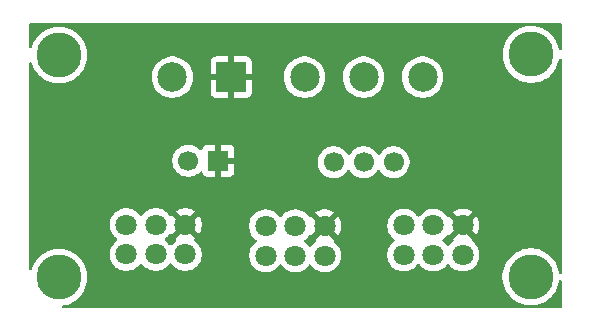
<source format=gbr>
G04 #@! TF.GenerationSoftware,KiCad,Pcbnew,9.0.1*
G04 #@! TF.CreationDate,2025-04-21T21:40:15+02:00*
G04 #@! TF.ProjectId,3_pots_pcb_v0.2a,335f706f-7473-45f7-9063-625f76302e32,rev?*
G04 #@! TF.SameCoordinates,Original*
G04 #@! TF.FileFunction,Copper,L2,Bot*
G04 #@! TF.FilePolarity,Positive*
%FSLAX46Y46*%
G04 Gerber Fmt 4.6, Leading zero omitted, Abs format (unit mm)*
G04 Created by KiCad (PCBNEW 9.0.1) date 2025-04-21 21:40:15*
%MOMM*%
%LPD*%
G01*
G04 APERTURE LIST*
G04 #@! TA.AperFunction,ComponentPad*
%ADD10C,1.800000*%
G04 #@! TD*
G04 #@! TA.AperFunction,ComponentPad*
%ADD11C,2.500000*%
G04 #@! TD*
G04 #@! TA.AperFunction,ComponentPad*
%ADD12R,2.500000X2.500000*%
G04 #@! TD*
G04 #@! TA.AperFunction,ComponentPad*
%ADD13C,3.800000*%
G04 #@! TD*
G04 #@! TA.AperFunction,ComponentPad*
%ADD14C,1.700000*%
G04 #@! TD*
G04 #@! TA.AperFunction,ComponentPad*
%ADD15R,1.700000X1.700000*%
G04 #@! TD*
G04 APERTURE END LIST*
D10*
X148925000Y-110125000D03*
X151425000Y-110125000D03*
X153925000Y-110125000D03*
X148925000Y-107625000D03*
X151425000Y-107625000D03*
X153925000Y-107625000D03*
X160725000Y-110225000D03*
X163225000Y-110225000D03*
X165725000Y-110225000D03*
X160725000Y-107725000D03*
X163225000Y-107725000D03*
X165725000Y-107725000D03*
X172425000Y-110175000D03*
X174925000Y-110175000D03*
X177425000Y-110175000D03*
X172425000Y-107675000D03*
X174925000Y-107675000D03*
X177425000Y-107675000D03*
D11*
X152825000Y-95125000D03*
D12*
X157825000Y-95125000D03*
D13*
X143225000Y-93250000D03*
X183175000Y-112025000D03*
X183200000Y-93200000D03*
D14*
X154175000Y-102200000D03*
D15*
X156715000Y-102200000D03*
D13*
X143225000Y-112075000D03*
D14*
X166485000Y-102325000D03*
X169025000Y-102325000D03*
X171565000Y-102325000D03*
D11*
X164025000Y-95125000D03*
X169025000Y-95125000D03*
X174025000Y-95125000D03*
G04 #@! TA.AperFunction,Conductor*
G36*
X165259075Y-107917993D02*
G01*
X165324901Y-108032007D01*
X165417993Y-108125099D01*
X165532007Y-108190925D01*
X165595590Y-108207962D01*
X164927485Y-108876065D01*
X164927602Y-108877548D01*
X164967818Y-108929701D01*
X164973797Y-108999315D01*
X164941192Y-109061110D01*
X164925153Y-109075008D01*
X164812636Y-109156756D01*
X164656756Y-109312636D01*
X164656752Y-109312641D01*
X164575318Y-109424727D01*
X164519989Y-109467393D01*
X164450375Y-109473372D01*
X164388580Y-109440767D01*
X164374682Y-109424727D01*
X164293247Y-109312641D01*
X164293243Y-109312636D01*
X164137365Y-109156758D01*
X164068545Y-109106758D01*
X164025270Y-109075317D01*
X163982606Y-109019989D01*
X163976627Y-108950376D01*
X164009232Y-108888580D01*
X164025265Y-108874686D01*
X164137365Y-108793242D01*
X164293242Y-108637365D01*
X164374991Y-108524845D01*
X164430320Y-108482180D01*
X164499933Y-108476201D01*
X164561728Y-108508806D01*
X164573582Y-108522485D01*
X164573932Y-108522513D01*
X165242037Y-107854408D01*
X165259075Y-107917993D01*
G37*
G04 #@! TD.AperFunction*
G04 #@! TA.AperFunction,Conductor*
G36*
X176959075Y-107867993D02*
G01*
X177024901Y-107982007D01*
X177117993Y-108075099D01*
X177232007Y-108140925D01*
X177295590Y-108157962D01*
X176627485Y-108826065D01*
X176627602Y-108827548D01*
X176667818Y-108879701D01*
X176673797Y-108949315D01*
X176641192Y-109011110D01*
X176625153Y-109025008D01*
X176512636Y-109106756D01*
X176356756Y-109262636D01*
X176356752Y-109262641D01*
X176275318Y-109374727D01*
X176219989Y-109417393D01*
X176150375Y-109423372D01*
X176088580Y-109390767D01*
X176074682Y-109374727D01*
X175993247Y-109262641D01*
X175993243Y-109262636D01*
X175837365Y-109106758D01*
X175837357Y-109106752D01*
X175725270Y-109025317D01*
X175682606Y-108969989D01*
X175676627Y-108900376D01*
X175709232Y-108838580D01*
X175725265Y-108824686D01*
X175837365Y-108743242D01*
X175993242Y-108587365D01*
X176074991Y-108474845D01*
X176130320Y-108432180D01*
X176199933Y-108426201D01*
X176261728Y-108458806D01*
X176273582Y-108472485D01*
X176273932Y-108472513D01*
X176942037Y-107804408D01*
X176959075Y-107867993D01*
G37*
G04 #@! TD.AperFunction*
G04 #@! TA.AperFunction,Conductor*
G36*
X153459075Y-107817993D02*
G01*
X153524901Y-107932007D01*
X153617993Y-108025099D01*
X153732007Y-108090925D01*
X153795590Y-108107962D01*
X153127485Y-108776065D01*
X153127602Y-108777548D01*
X153167818Y-108829701D01*
X153173797Y-108899315D01*
X153141192Y-108961110D01*
X153125153Y-108975008D01*
X153012636Y-109056756D01*
X152856756Y-109212636D01*
X152856752Y-109212641D01*
X152775318Y-109324727D01*
X152719989Y-109367393D01*
X152650375Y-109373372D01*
X152588580Y-109340767D01*
X152574682Y-109324727D01*
X152493247Y-109212641D01*
X152493243Y-109212636D01*
X152337365Y-109056758D01*
X152296661Y-109027185D01*
X152225270Y-108975317D01*
X152182606Y-108919989D01*
X152176627Y-108850376D01*
X152209232Y-108788580D01*
X152225265Y-108774686D01*
X152337365Y-108693242D01*
X152493242Y-108537365D01*
X152574991Y-108424845D01*
X152630320Y-108382180D01*
X152699933Y-108376201D01*
X152761728Y-108408806D01*
X152773582Y-108422485D01*
X152773932Y-108422513D01*
X153442037Y-107754408D01*
X153459075Y-107817993D01*
G37*
G04 #@! TD.AperFunction*
G04 #@! TA.AperFunction,Conductor*
G36*
X185742539Y-90545185D02*
G01*
X185788294Y-90597989D01*
X185799500Y-90649500D01*
X185799500Y-92700876D01*
X185779815Y-92767915D01*
X185727011Y-92813670D01*
X185657853Y-92823614D01*
X185594297Y-92794589D01*
X185556523Y-92735811D01*
X185554609Y-92728469D01*
X185510315Y-92534405D01*
X185510312Y-92534397D01*
X185488145Y-92471049D01*
X185421267Y-92279921D01*
X185304284Y-92037003D01*
X185160838Y-91808711D01*
X184992734Y-91597915D01*
X184802085Y-91407266D01*
X184591289Y-91239162D01*
X184362997Y-91095716D01*
X184362994Y-91095714D01*
X184120082Y-90978734D01*
X183865602Y-90889687D01*
X183865594Y-90889684D01*
X183668446Y-90844687D01*
X183602732Y-90829688D01*
X183602728Y-90829687D01*
X183602719Y-90829686D01*
X183334813Y-90799500D01*
X183334809Y-90799500D01*
X183065191Y-90799500D01*
X183065186Y-90799500D01*
X182797280Y-90829686D01*
X182797268Y-90829688D01*
X182534405Y-90889684D01*
X182534397Y-90889687D01*
X182279917Y-90978734D01*
X182037005Y-91095714D01*
X181808712Y-91239161D01*
X181597915Y-91407265D01*
X181407265Y-91597915D01*
X181239161Y-91808712D01*
X181095714Y-92037005D01*
X180978734Y-92279917D01*
X180889687Y-92534397D01*
X180889684Y-92534405D01*
X180829688Y-92797268D01*
X180829686Y-92797280D01*
X180799500Y-93065186D01*
X180799500Y-93334813D01*
X180829686Y-93602719D01*
X180829688Y-93602731D01*
X180889684Y-93865594D01*
X180889687Y-93865602D01*
X180978734Y-94120082D01*
X181095714Y-94362994D01*
X181095716Y-94362997D01*
X181239162Y-94591289D01*
X181407266Y-94802085D01*
X181597915Y-94992734D01*
X181808711Y-95160838D01*
X182037003Y-95304284D01*
X182279921Y-95421267D01*
X182471049Y-95488145D01*
X182534397Y-95510312D01*
X182534405Y-95510315D01*
X182534408Y-95510315D01*
X182534409Y-95510316D01*
X182797268Y-95570312D01*
X183065187Y-95600499D01*
X183065188Y-95600500D01*
X183065191Y-95600500D01*
X183334812Y-95600500D01*
X183334812Y-95600499D01*
X183602732Y-95570312D01*
X183865591Y-95510316D01*
X184120079Y-95421267D01*
X184362997Y-95304284D01*
X184591289Y-95160838D01*
X184802085Y-94992734D01*
X184992734Y-94802085D01*
X185160838Y-94591289D01*
X185304284Y-94362997D01*
X185421267Y-94120079D01*
X185510316Y-93865591D01*
X185554609Y-93671529D01*
X185588718Y-93610552D01*
X185650379Y-93577694D01*
X185720016Y-93583389D01*
X185775520Y-93625829D01*
X185799268Y-93691539D01*
X185799500Y-93699123D01*
X185799500Y-111670221D01*
X185779815Y-111737260D01*
X185727011Y-111783015D01*
X185657853Y-111792959D01*
X185594297Y-111763934D01*
X185556523Y-111705156D01*
X185552280Y-111684105D01*
X185545313Y-111622280D01*
X185545312Y-111622268D01*
X185485316Y-111359409D01*
X185396267Y-111104921D01*
X185279284Y-110862003D01*
X185135838Y-110633711D01*
X184967734Y-110422915D01*
X184777085Y-110232266D01*
X184566289Y-110064162D01*
X184337997Y-109920716D01*
X184337994Y-109920714D01*
X184095082Y-109803734D01*
X183840602Y-109714687D01*
X183840594Y-109714684D01*
X183643446Y-109669687D01*
X183577732Y-109654688D01*
X183577728Y-109654687D01*
X183577719Y-109654686D01*
X183309813Y-109624500D01*
X183309809Y-109624500D01*
X183040191Y-109624500D01*
X183040186Y-109624500D01*
X182772280Y-109654686D01*
X182772268Y-109654688D01*
X182509405Y-109714684D01*
X182509397Y-109714687D01*
X182254917Y-109803734D01*
X182012005Y-109920714D01*
X181783712Y-110064161D01*
X181572915Y-110232265D01*
X181382265Y-110422915D01*
X181214161Y-110633712D01*
X181070714Y-110862005D01*
X180953734Y-111104917D01*
X180864687Y-111359397D01*
X180864684Y-111359405D01*
X180804688Y-111622268D01*
X180804686Y-111622280D01*
X180774500Y-111890186D01*
X180774500Y-112159813D01*
X180804686Y-112427719D01*
X180804688Y-112427731D01*
X180864684Y-112690594D01*
X180864687Y-112690602D01*
X180953734Y-112945082D01*
X181070714Y-113187994D01*
X181070716Y-113187997D01*
X181214162Y-113416289D01*
X181382266Y-113627085D01*
X181572915Y-113817734D01*
X181783711Y-113985838D01*
X182012003Y-114129284D01*
X182254921Y-114246267D01*
X182446049Y-114313145D01*
X182509397Y-114335312D01*
X182509405Y-114335315D01*
X182509408Y-114335315D01*
X182509409Y-114335316D01*
X182772268Y-114395312D01*
X183040187Y-114425499D01*
X183040188Y-114425500D01*
X183040191Y-114425500D01*
X183309812Y-114425500D01*
X183309812Y-114425499D01*
X183577732Y-114395312D01*
X183840591Y-114335316D01*
X184095079Y-114246267D01*
X184337997Y-114129284D01*
X184566289Y-113985838D01*
X184777085Y-113817734D01*
X184967734Y-113627085D01*
X185135838Y-113416289D01*
X185279284Y-113187997D01*
X185396267Y-112945079D01*
X185485316Y-112690591D01*
X185545312Y-112427732D01*
X185552280Y-112365894D01*
X185579347Y-112301480D01*
X185636941Y-112261925D01*
X185706778Y-112259788D01*
X185766685Y-112295746D01*
X185797640Y-112358384D01*
X185799500Y-112379778D01*
X185799500Y-114575500D01*
X185779815Y-114642539D01*
X185727011Y-114688294D01*
X185675500Y-114699500D01*
X143579778Y-114699500D01*
X143512739Y-114679815D01*
X143466984Y-114627011D01*
X143457040Y-114557853D01*
X143486065Y-114494297D01*
X143544843Y-114456523D01*
X143565894Y-114452280D01*
X143596480Y-114448833D01*
X143627732Y-114445312D01*
X143890591Y-114385316D01*
X144145079Y-114296267D01*
X144387997Y-114179284D01*
X144616289Y-114035838D01*
X144827085Y-113867734D01*
X145017734Y-113677085D01*
X145185838Y-113466289D01*
X145329284Y-113237997D01*
X145446267Y-112995079D01*
X145535316Y-112740591D01*
X145595312Y-112477732D01*
X145625500Y-112209809D01*
X145625500Y-111940191D01*
X145595312Y-111672268D01*
X145535316Y-111409409D01*
X145446267Y-111154921D01*
X145329284Y-110912003D01*
X145185838Y-110683711D01*
X145017734Y-110472915D01*
X144827085Y-110282266D01*
X144616289Y-110114162D01*
X144387997Y-109970716D01*
X144387994Y-109970714D01*
X144145082Y-109853734D01*
X143890602Y-109764687D01*
X143890594Y-109764684D01*
X143671527Y-109714684D01*
X143627732Y-109704688D01*
X143627728Y-109704687D01*
X143627719Y-109704686D01*
X143359813Y-109674500D01*
X143359809Y-109674500D01*
X143090191Y-109674500D01*
X143090186Y-109674500D01*
X142822280Y-109704686D01*
X142822268Y-109704688D01*
X142559405Y-109764684D01*
X142559397Y-109764687D01*
X142304917Y-109853734D01*
X142062005Y-109970714D01*
X141833712Y-110114161D01*
X141622915Y-110282265D01*
X141432265Y-110472915D01*
X141264161Y-110683712D01*
X141120714Y-110912005D01*
X141003734Y-111154917D01*
X140916541Y-111404099D01*
X140875820Y-111460875D01*
X140810867Y-111486622D01*
X140742305Y-111473166D01*
X140691902Y-111424778D01*
X140675500Y-111363144D01*
X140675500Y-107514778D01*
X147524500Y-107514778D01*
X147524500Y-107735222D01*
X147541742Y-107844086D01*
X147558985Y-107952952D01*
X147627103Y-108162603D01*
X147627104Y-108162606D01*
X147727187Y-108359025D01*
X147856752Y-108537358D01*
X147856756Y-108537363D01*
X148012636Y-108693243D01*
X148012641Y-108693247D01*
X148124727Y-108774682D01*
X148167393Y-108830011D01*
X148173372Y-108899625D01*
X148140767Y-108961420D01*
X148124727Y-108975318D01*
X148012641Y-109056752D01*
X148012636Y-109056756D01*
X147856756Y-109212636D01*
X147856752Y-109212641D01*
X147727187Y-109390974D01*
X147627104Y-109587393D01*
X147627103Y-109587396D01*
X147558985Y-109797047D01*
X147539398Y-109920714D01*
X147524500Y-110014778D01*
X147524500Y-110235222D01*
X147541742Y-110344086D01*
X147558985Y-110452952D01*
X147627103Y-110662603D01*
X147627104Y-110662606D01*
X147727187Y-110859025D01*
X147856752Y-111037358D01*
X147856756Y-111037363D01*
X148012636Y-111193243D01*
X148012641Y-111193247D01*
X148081461Y-111243247D01*
X148190978Y-111322815D01*
X148319375Y-111388237D01*
X148387393Y-111422895D01*
X148387396Y-111422896D01*
X148492221Y-111456955D01*
X148597049Y-111491015D01*
X148814778Y-111525500D01*
X148814779Y-111525500D01*
X149035221Y-111525500D01*
X149035222Y-111525500D01*
X149252951Y-111491015D01*
X149462606Y-111422895D01*
X149659022Y-111322815D01*
X149837365Y-111193242D01*
X149993242Y-111037365D01*
X150074682Y-110925270D01*
X150130011Y-110882606D01*
X150199624Y-110876627D01*
X150261420Y-110909232D01*
X150275313Y-110925265D01*
X150347972Y-111025272D01*
X150356758Y-111037365D01*
X150512636Y-111193243D01*
X150512641Y-111193247D01*
X150581461Y-111243247D01*
X150690978Y-111322815D01*
X150819375Y-111388237D01*
X150887393Y-111422895D01*
X150887396Y-111422896D01*
X150992221Y-111456955D01*
X151097049Y-111491015D01*
X151314778Y-111525500D01*
X151314779Y-111525500D01*
X151535221Y-111525500D01*
X151535222Y-111525500D01*
X151752951Y-111491015D01*
X151962606Y-111422895D01*
X152159022Y-111322815D01*
X152337365Y-111193242D01*
X152493242Y-111037365D01*
X152574682Y-110925270D01*
X152630011Y-110882606D01*
X152699624Y-110876627D01*
X152761420Y-110909232D01*
X152775313Y-110925265D01*
X152847972Y-111025272D01*
X152856758Y-111037365D01*
X153012636Y-111193243D01*
X153012641Y-111193247D01*
X153081461Y-111243247D01*
X153190978Y-111322815D01*
X153319375Y-111388237D01*
X153387393Y-111422895D01*
X153387396Y-111422896D01*
X153492221Y-111456955D01*
X153597049Y-111491015D01*
X153814778Y-111525500D01*
X153814779Y-111525500D01*
X154035221Y-111525500D01*
X154035222Y-111525500D01*
X154252951Y-111491015D01*
X154462606Y-111422895D01*
X154659022Y-111322815D01*
X154837365Y-111193242D01*
X154993242Y-111037365D01*
X155122815Y-110859022D01*
X155222895Y-110662606D01*
X155291015Y-110452951D01*
X155325500Y-110235222D01*
X155325500Y-110014778D01*
X155291015Y-109797049D01*
X155244759Y-109654686D01*
X155222896Y-109587396D01*
X155222895Y-109587393D01*
X155188237Y-109519375D01*
X155122815Y-109390978D01*
X155065896Y-109312635D01*
X154993247Y-109212641D01*
X154993243Y-109212636D01*
X154837359Y-109056752D01*
X154724846Y-108975008D01*
X154682180Y-108919679D01*
X154676201Y-108850065D01*
X154708806Y-108788270D01*
X154722486Y-108776416D01*
X154722514Y-108776066D01*
X154054409Y-108107962D01*
X154117993Y-108090925D01*
X154232007Y-108025099D01*
X154325099Y-107932007D01*
X154390925Y-107817993D01*
X154407962Y-107754410D01*
X155076066Y-108422514D01*
X155076066Y-108422513D01*
X155122386Y-108358760D01*
X155222432Y-108162410D01*
X155290526Y-107952835D01*
X155325000Y-107735181D01*
X155325000Y-107614778D01*
X159324500Y-107614778D01*
X159324500Y-107835222D01*
X159337610Y-107917993D01*
X159358985Y-108052952D01*
X159427103Y-108262603D01*
X159427104Y-108262606D01*
X159449523Y-108306604D01*
X159513725Y-108432606D01*
X159527187Y-108459025D01*
X159656752Y-108637358D01*
X159656756Y-108637363D01*
X159812636Y-108793243D01*
X159812641Y-108793247D01*
X159924727Y-108874682D01*
X159967393Y-108930011D01*
X159973372Y-108999625D01*
X159940767Y-109061420D01*
X159924727Y-109075318D01*
X159812641Y-109156752D01*
X159812636Y-109156756D01*
X159656756Y-109312636D01*
X159656752Y-109312641D01*
X159527187Y-109490974D01*
X159427104Y-109687393D01*
X159427103Y-109687396D01*
X159358985Y-109897047D01*
X159324500Y-110114778D01*
X159324500Y-110335221D01*
X159358985Y-110552952D01*
X159427103Y-110762603D01*
X159427104Y-110762606D01*
X159449523Y-110806604D01*
X159513725Y-110932606D01*
X159527187Y-110959025D01*
X159656752Y-111137358D01*
X159656756Y-111137363D01*
X159812636Y-111293243D01*
X159812641Y-111293247D01*
X159908847Y-111363144D01*
X159990978Y-111422815D01*
X160116205Y-111486622D01*
X160187393Y-111522895D01*
X160187396Y-111522896D01*
X160243159Y-111541014D01*
X160397049Y-111591015D01*
X160614778Y-111625500D01*
X160614779Y-111625500D01*
X160835221Y-111625500D01*
X160835222Y-111625500D01*
X161052951Y-111591015D01*
X161262606Y-111522895D01*
X161459022Y-111422815D01*
X161637365Y-111293242D01*
X161793242Y-111137365D01*
X161874682Y-111025270D01*
X161930011Y-110982606D01*
X161999624Y-110976627D01*
X162061420Y-111009232D01*
X162075313Y-111025265D01*
X162133186Y-111104921D01*
X162156758Y-111137365D01*
X162312636Y-111293243D01*
X162312641Y-111293247D01*
X162408847Y-111363144D01*
X162490978Y-111422815D01*
X162616205Y-111486622D01*
X162687393Y-111522895D01*
X162687396Y-111522896D01*
X162743159Y-111541014D01*
X162897049Y-111591015D01*
X163114778Y-111625500D01*
X163114779Y-111625500D01*
X163335221Y-111625500D01*
X163335222Y-111625500D01*
X163552951Y-111591015D01*
X163762606Y-111522895D01*
X163959022Y-111422815D01*
X164137365Y-111293242D01*
X164293242Y-111137365D01*
X164374682Y-111025270D01*
X164430011Y-110982606D01*
X164499624Y-110976627D01*
X164561420Y-111009232D01*
X164575313Y-111025265D01*
X164633186Y-111104921D01*
X164656758Y-111137365D01*
X164812636Y-111293243D01*
X164812641Y-111293247D01*
X164908847Y-111363144D01*
X164990978Y-111422815D01*
X165116205Y-111486622D01*
X165187393Y-111522895D01*
X165187396Y-111522896D01*
X165243159Y-111541014D01*
X165397049Y-111591015D01*
X165614778Y-111625500D01*
X165614779Y-111625500D01*
X165835221Y-111625500D01*
X165835222Y-111625500D01*
X166052951Y-111591015D01*
X166262606Y-111522895D01*
X166459022Y-111422815D01*
X166637365Y-111293242D01*
X166793242Y-111137365D01*
X166922815Y-110959022D01*
X167022895Y-110762606D01*
X167091015Y-110552951D01*
X167125500Y-110335222D01*
X167125500Y-110114778D01*
X167091015Y-109897049D01*
X167028514Y-109704688D01*
X167022896Y-109687396D01*
X167022895Y-109687393D01*
X166988237Y-109619375D01*
X166922815Y-109490978D01*
X166850161Y-109390978D01*
X166793247Y-109312641D01*
X166793243Y-109312636D01*
X166637359Y-109156752D01*
X166524846Y-109075008D01*
X166482180Y-109019679D01*
X166476201Y-108950065D01*
X166508806Y-108888270D01*
X166522486Y-108876416D01*
X166522514Y-108876066D01*
X165854409Y-108207962D01*
X165917993Y-108190925D01*
X166032007Y-108125099D01*
X166125099Y-108032007D01*
X166190925Y-107917993D01*
X166207962Y-107854410D01*
X166876066Y-108522514D01*
X166876066Y-108522513D01*
X166922386Y-108458760D01*
X167022432Y-108262410D01*
X167090526Y-108052835D01*
X167125000Y-107835181D01*
X167125000Y-107614818D01*
X167119375Y-107579304D01*
X167117074Y-107564778D01*
X171024500Y-107564778D01*
X171024500Y-107785222D01*
X171032413Y-107835181D01*
X171058985Y-108002952D01*
X171127103Y-108212603D01*
X171127104Y-108212606D01*
X171175000Y-108306604D01*
X171213725Y-108382606D01*
X171227187Y-108409025D01*
X171356752Y-108587358D01*
X171356756Y-108587363D01*
X171512636Y-108743243D01*
X171512641Y-108743247D01*
X171624727Y-108824682D01*
X171667393Y-108880011D01*
X171673372Y-108949625D01*
X171640767Y-109011420D01*
X171624727Y-109025318D01*
X171512641Y-109106752D01*
X171512636Y-109106756D01*
X171356756Y-109262636D01*
X171356752Y-109262641D01*
X171227187Y-109440974D01*
X171127104Y-109637393D01*
X171127103Y-109637396D01*
X171058985Y-109847047D01*
X171024500Y-110064778D01*
X171024500Y-110285221D01*
X171058985Y-110502952D01*
X171127103Y-110712603D01*
X171127104Y-110712606D01*
X171175000Y-110806604D01*
X171213725Y-110882606D01*
X171227187Y-110909025D01*
X171356752Y-111087358D01*
X171356756Y-111087363D01*
X171512636Y-111243243D01*
X171512641Y-111243247D01*
X171581461Y-111293247D01*
X171690978Y-111372815D01*
X171792960Y-111424778D01*
X171887393Y-111472895D01*
X171887396Y-111472896D01*
X171943159Y-111491014D01*
X172097049Y-111541015D01*
X172314778Y-111575500D01*
X172314779Y-111575500D01*
X172535221Y-111575500D01*
X172535222Y-111575500D01*
X172752951Y-111541015D01*
X172962606Y-111472895D01*
X173159022Y-111372815D01*
X173337365Y-111243242D01*
X173493242Y-111087365D01*
X173574682Y-110975270D01*
X173630011Y-110932606D01*
X173699624Y-110926627D01*
X173761420Y-110959232D01*
X173775313Y-110975265D01*
X173820426Y-111037358D01*
X173856758Y-111087365D01*
X174012636Y-111243243D01*
X174012641Y-111243247D01*
X174081461Y-111293247D01*
X174190978Y-111372815D01*
X174292960Y-111424778D01*
X174387393Y-111472895D01*
X174387396Y-111472896D01*
X174443159Y-111491014D01*
X174597049Y-111541015D01*
X174814778Y-111575500D01*
X174814779Y-111575500D01*
X175035221Y-111575500D01*
X175035222Y-111575500D01*
X175252951Y-111541015D01*
X175462606Y-111472895D01*
X175659022Y-111372815D01*
X175837365Y-111243242D01*
X175993242Y-111087365D01*
X176074682Y-110975270D01*
X176130011Y-110932606D01*
X176199624Y-110926627D01*
X176261420Y-110959232D01*
X176275313Y-110975265D01*
X176320426Y-111037358D01*
X176356758Y-111087365D01*
X176512636Y-111243243D01*
X176512641Y-111243247D01*
X176581461Y-111293247D01*
X176690978Y-111372815D01*
X176792960Y-111424778D01*
X176887393Y-111472895D01*
X176887396Y-111472896D01*
X176943159Y-111491014D01*
X177097049Y-111541015D01*
X177314778Y-111575500D01*
X177314779Y-111575500D01*
X177535221Y-111575500D01*
X177535222Y-111575500D01*
X177752951Y-111541015D01*
X177962606Y-111472895D01*
X178159022Y-111372815D01*
X178337365Y-111243242D01*
X178493242Y-111087365D01*
X178622815Y-110909022D01*
X178722895Y-110712606D01*
X178791015Y-110502951D01*
X178825500Y-110285222D01*
X178825500Y-110064778D01*
X178791015Y-109847049D01*
X178744759Y-109704686D01*
X178722896Y-109637396D01*
X178722895Y-109637393D01*
X178688237Y-109569375D01*
X178622815Y-109440978D01*
X178550008Y-109340767D01*
X178493247Y-109262641D01*
X178493243Y-109262636D01*
X178337359Y-109106752D01*
X178224846Y-109025008D01*
X178182180Y-108969679D01*
X178176201Y-108900065D01*
X178208806Y-108838270D01*
X178222486Y-108826416D01*
X178222514Y-108826066D01*
X177554409Y-108157962D01*
X177617993Y-108140925D01*
X177732007Y-108075099D01*
X177825099Y-107982007D01*
X177890925Y-107867993D01*
X177907962Y-107804409D01*
X178576066Y-108472514D01*
X178576066Y-108472513D01*
X178622386Y-108408760D01*
X178722432Y-108212410D01*
X178790526Y-108002835D01*
X178825000Y-107785181D01*
X178825000Y-107564818D01*
X178790526Y-107347164D01*
X178722432Y-107137589D01*
X178622388Y-106941243D01*
X178576066Y-106877485D01*
X178576065Y-106877485D01*
X177907962Y-107545589D01*
X177890925Y-107482007D01*
X177825099Y-107367993D01*
X177732007Y-107274901D01*
X177617993Y-107209075D01*
X177554407Y-107192037D01*
X178222513Y-106523932D01*
X178158756Y-106477611D01*
X177962410Y-106377567D01*
X177752835Y-106309473D01*
X177535181Y-106275000D01*
X177314819Y-106275000D01*
X177097164Y-106309473D01*
X176887589Y-106377567D01*
X176691233Y-106477616D01*
X176627485Y-106523931D01*
X176627485Y-106523932D01*
X177295590Y-107192037D01*
X177232007Y-107209075D01*
X177117993Y-107274901D01*
X177024901Y-107367993D01*
X176959075Y-107482007D01*
X176942037Y-107545590D01*
X176273932Y-106877485D01*
X176272448Y-106877602D01*
X176220296Y-106917817D01*
X176150682Y-106923796D01*
X176088887Y-106891190D01*
X176074990Y-106875151D01*
X175993247Y-106762641D01*
X175993243Y-106762636D01*
X175837363Y-106606756D01*
X175837358Y-106606752D01*
X175659025Y-106477187D01*
X175659024Y-106477186D01*
X175659022Y-106477185D01*
X175596096Y-106445122D01*
X175462606Y-106377104D01*
X175462603Y-106377103D01*
X175252952Y-106308985D01*
X175144086Y-106291742D01*
X175035222Y-106274500D01*
X174814778Y-106274500D01*
X174742201Y-106285995D01*
X174597047Y-106308985D01*
X174387396Y-106377103D01*
X174387393Y-106377104D01*
X174190974Y-106477187D01*
X174012641Y-106606752D01*
X174012636Y-106606756D01*
X173856756Y-106762636D01*
X173856752Y-106762641D01*
X173775318Y-106874727D01*
X173719989Y-106917393D01*
X173650375Y-106923372D01*
X173588580Y-106890767D01*
X173574682Y-106874727D01*
X173493247Y-106762641D01*
X173493243Y-106762636D01*
X173337363Y-106606756D01*
X173337358Y-106606752D01*
X173159025Y-106477187D01*
X173159024Y-106477186D01*
X173159022Y-106477185D01*
X173096096Y-106445122D01*
X172962606Y-106377104D01*
X172962603Y-106377103D01*
X172752952Y-106308985D01*
X172644086Y-106291742D01*
X172535222Y-106274500D01*
X172314778Y-106274500D01*
X172242201Y-106285995D01*
X172097047Y-106308985D01*
X171887396Y-106377103D01*
X171887393Y-106377104D01*
X171690974Y-106477187D01*
X171512641Y-106606752D01*
X171512636Y-106606756D01*
X171356756Y-106762636D01*
X171356752Y-106762641D01*
X171227187Y-106940974D01*
X171127104Y-107137393D01*
X171127103Y-107137396D01*
X171058985Y-107347047D01*
X171045529Y-107432007D01*
X171024500Y-107564778D01*
X167117074Y-107564778D01*
X167090526Y-107397164D01*
X167022432Y-107187589D01*
X166922388Y-106991243D01*
X166876066Y-106927485D01*
X166876065Y-106927485D01*
X166207962Y-107595589D01*
X166190925Y-107532007D01*
X166125099Y-107417993D01*
X166032007Y-107324901D01*
X165917993Y-107259075D01*
X165854407Y-107242037D01*
X166522513Y-106573932D01*
X166458756Y-106527611D01*
X166262410Y-106427567D01*
X166052835Y-106359473D01*
X165835181Y-106325000D01*
X165614819Y-106325000D01*
X165397164Y-106359473D01*
X165187589Y-106427567D01*
X164991233Y-106527616D01*
X164927485Y-106573931D01*
X164927485Y-106573932D01*
X165595590Y-107242037D01*
X165532007Y-107259075D01*
X165417993Y-107324901D01*
X165324901Y-107417993D01*
X165259075Y-107532007D01*
X165242037Y-107595590D01*
X164573932Y-106927485D01*
X164572448Y-106927602D01*
X164520296Y-106967817D01*
X164450682Y-106973796D01*
X164388887Y-106941190D01*
X164374990Y-106925151D01*
X164293247Y-106812641D01*
X164293243Y-106812636D01*
X164137363Y-106656756D01*
X164137358Y-106656752D01*
X163959025Y-106527187D01*
X163959024Y-106527186D01*
X163959022Y-106527185D01*
X163896096Y-106495122D01*
X163762606Y-106427104D01*
X163762603Y-106427103D01*
X163552952Y-106358985D01*
X163444086Y-106341742D01*
X163335222Y-106324500D01*
X163114778Y-106324500D01*
X163042201Y-106335995D01*
X162897047Y-106358985D01*
X162687396Y-106427103D01*
X162687393Y-106427104D01*
X162490974Y-106527187D01*
X162312641Y-106656752D01*
X162312636Y-106656756D01*
X162156756Y-106812636D01*
X162156752Y-106812641D01*
X162075318Y-106924727D01*
X162019989Y-106967393D01*
X161950375Y-106973372D01*
X161888580Y-106940767D01*
X161874682Y-106924727D01*
X161793247Y-106812641D01*
X161793243Y-106812636D01*
X161637363Y-106656756D01*
X161637358Y-106656752D01*
X161459025Y-106527187D01*
X161459024Y-106527186D01*
X161459022Y-106527185D01*
X161396096Y-106495122D01*
X161262606Y-106427104D01*
X161262603Y-106427103D01*
X161052952Y-106358985D01*
X160944086Y-106341742D01*
X160835222Y-106324500D01*
X160614778Y-106324500D01*
X160542201Y-106335995D01*
X160397047Y-106358985D01*
X160187396Y-106427103D01*
X160187393Y-106427104D01*
X159990974Y-106527187D01*
X159812641Y-106656752D01*
X159812636Y-106656756D01*
X159656756Y-106812636D01*
X159656752Y-106812641D01*
X159527187Y-106990974D01*
X159427104Y-107187393D01*
X159427103Y-107187396D01*
X159358985Y-107397047D01*
X159325388Y-107609174D01*
X159324500Y-107614778D01*
X155325000Y-107614778D01*
X155325000Y-107514818D01*
X155290526Y-107297164D01*
X155222432Y-107087589D01*
X155122388Y-106891243D01*
X155076066Y-106827485D01*
X155076065Y-106827485D01*
X154407962Y-107495589D01*
X154390925Y-107432007D01*
X154325099Y-107317993D01*
X154232007Y-107224901D01*
X154117993Y-107159075D01*
X154054407Y-107142037D01*
X154722513Y-106473932D01*
X154658756Y-106427611D01*
X154462410Y-106327567D01*
X154252835Y-106259473D01*
X154035181Y-106225000D01*
X153814819Y-106225000D01*
X153597164Y-106259473D01*
X153387589Y-106327567D01*
X153191233Y-106427616D01*
X153127485Y-106473931D01*
X153127485Y-106473932D01*
X153795590Y-107142037D01*
X153732007Y-107159075D01*
X153617993Y-107224901D01*
X153524901Y-107317993D01*
X153459075Y-107432007D01*
X153442037Y-107495590D01*
X152773932Y-106827485D01*
X152772448Y-106827602D01*
X152720296Y-106867817D01*
X152650682Y-106873796D01*
X152588887Y-106841190D01*
X152574990Y-106825151D01*
X152493247Y-106712641D01*
X152493243Y-106712636D01*
X152337363Y-106556756D01*
X152337358Y-106556752D01*
X152159025Y-106427187D01*
X152159024Y-106427186D01*
X152159022Y-106427185D01*
X152096096Y-106395122D01*
X151962606Y-106327104D01*
X151962603Y-106327103D01*
X151752952Y-106258985D01*
X151644086Y-106241742D01*
X151535222Y-106224500D01*
X151314778Y-106224500D01*
X151242201Y-106235995D01*
X151097047Y-106258985D01*
X150887396Y-106327103D01*
X150887393Y-106327104D01*
X150690974Y-106427187D01*
X150512641Y-106556752D01*
X150512636Y-106556756D01*
X150356756Y-106712636D01*
X150356752Y-106712641D01*
X150275318Y-106824727D01*
X150219989Y-106867393D01*
X150150375Y-106873372D01*
X150088580Y-106840767D01*
X150074682Y-106824727D01*
X149993247Y-106712641D01*
X149993243Y-106712636D01*
X149837363Y-106556756D01*
X149837358Y-106556752D01*
X149659025Y-106427187D01*
X149659024Y-106427186D01*
X149659022Y-106427185D01*
X149596096Y-106395122D01*
X149462606Y-106327104D01*
X149462603Y-106327103D01*
X149252952Y-106258985D01*
X149144086Y-106241742D01*
X149035222Y-106224500D01*
X148814778Y-106224500D01*
X148742201Y-106235995D01*
X148597047Y-106258985D01*
X148387396Y-106327103D01*
X148387393Y-106327104D01*
X148190974Y-106427187D01*
X148012641Y-106556752D01*
X148012636Y-106556756D01*
X147856756Y-106712636D01*
X147856752Y-106712641D01*
X147727187Y-106890974D01*
X147627104Y-107087393D01*
X147627103Y-107087396D01*
X147558985Y-107297047D01*
X147543128Y-107397164D01*
X147524500Y-107514778D01*
X140675500Y-107514778D01*
X140675500Y-102093713D01*
X152824500Y-102093713D01*
X152824500Y-102306286D01*
X152857753Y-102516239D01*
X152923444Y-102718414D01*
X153019951Y-102907820D01*
X153144890Y-103079786D01*
X153295213Y-103230109D01*
X153467179Y-103355048D01*
X153467181Y-103355049D01*
X153467184Y-103355051D01*
X153656588Y-103451557D01*
X153858757Y-103517246D01*
X154068713Y-103550500D01*
X154068714Y-103550500D01*
X154281286Y-103550500D01*
X154281287Y-103550500D01*
X154491243Y-103517246D01*
X154693412Y-103451557D01*
X154882816Y-103355051D01*
X154969478Y-103292088D01*
X155054784Y-103230110D01*
X155054784Y-103230109D01*
X155054792Y-103230104D01*
X155168717Y-103116178D01*
X155230036Y-103082696D01*
X155299728Y-103087680D01*
X155355662Y-103129551D01*
X155372577Y-103160528D01*
X155421646Y-103292088D01*
X155421649Y-103292093D01*
X155507809Y-103407187D01*
X155507812Y-103407190D01*
X155622906Y-103493350D01*
X155622913Y-103493354D01*
X155757620Y-103543596D01*
X155757627Y-103543598D01*
X155817155Y-103549999D01*
X155817172Y-103550000D01*
X156465000Y-103550000D01*
X156465000Y-102633012D01*
X156522007Y-102665925D01*
X156649174Y-102700000D01*
X156780826Y-102700000D01*
X156907993Y-102665925D01*
X156965000Y-102633012D01*
X156965000Y-103550000D01*
X157612828Y-103550000D01*
X157612844Y-103549999D01*
X157672372Y-103543598D01*
X157672379Y-103543596D01*
X157807086Y-103493354D01*
X157807093Y-103493350D01*
X157922187Y-103407190D01*
X157922190Y-103407187D01*
X158008350Y-103292093D01*
X158008354Y-103292086D01*
X158058596Y-103157379D01*
X158058598Y-103157372D01*
X158064999Y-103097844D01*
X158065000Y-103097827D01*
X158065000Y-102450000D01*
X157148012Y-102450000D01*
X157180925Y-102392993D01*
X157215000Y-102265826D01*
X157215000Y-102218713D01*
X165134500Y-102218713D01*
X165134500Y-102431287D01*
X165167754Y-102641243D01*
X165192828Y-102718414D01*
X165233444Y-102843414D01*
X165329951Y-103032820D01*
X165454890Y-103204786D01*
X165605213Y-103355109D01*
X165777179Y-103480048D01*
X165777181Y-103480049D01*
X165777184Y-103480051D01*
X165966588Y-103576557D01*
X166168757Y-103642246D01*
X166378713Y-103675500D01*
X166378714Y-103675500D01*
X166591286Y-103675500D01*
X166591287Y-103675500D01*
X166801243Y-103642246D01*
X167003412Y-103576557D01*
X167192816Y-103480051D01*
X167232038Y-103451555D01*
X167364786Y-103355109D01*
X167364788Y-103355106D01*
X167364792Y-103355104D01*
X167515104Y-103204792D01*
X167515106Y-103204788D01*
X167515109Y-103204786D01*
X167640048Y-103032820D01*
X167640047Y-103032820D01*
X167640051Y-103032816D01*
X167644514Y-103024054D01*
X167692488Y-102973259D01*
X167760308Y-102956463D01*
X167826444Y-102978999D01*
X167865486Y-103024056D01*
X167869951Y-103032820D01*
X167994890Y-103204786D01*
X168145213Y-103355109D01*
X168317179Y-103480048D01*
X168317181Y-103480049D01*
X168317184Y-103480051D01*
X168506588Y-103576557D01*
X168708757Y-103642246D01*
X168918713Y-103675500D01*
X168918714Y-103675500D01*
X169131286Y-103675500D01*
X169131287Y-103675500D01*
X169341243Y-103642246D01*
X169543412Y-103576557D01*
X169732816Y-103480051D01*
X169772038Y-103451555D01*
X169904786Y-103355109D01*
X169904788Y-103355106D01*
X169904792Y-103355104D01*
X170055104Y-103204792D01*
X170055106Y-103204788D01*
X170055109Y-103204786D01*
X170180048Y-103032820D01*
X170180047Y-103032820D01*
X170180051Y-103032816D01*
X170184514Y-103024054D01*
X170232488Y-102973259D01*
X170300308Y-102956463D01*
X170366444Y-102978999D01*
X170405486Y-103024056D01*
X170409951Y-103032820D01*
X170534890Y-103204786D01*
X170685213Y-103355109D01*
X170857179Y-103480048D01*
X170857181Y-103480049D01*
X170857184Y-103480051D01*
X171046588Y-103576557D01*
X171248757Y-103642246D01*
X171458713Y-103675500D01*
X171458714Y-103675500D01*
X171671286Y-103675500D01*
X171671287Y-103675500D01*
X171881243Y-103642246D01*
X172083412Y-103576557D01*
X172272816Y-103480051D01*
X172312038Y-103451555D01*
X172444786Y-103355109D01*
X172444788Y-103355106D01*
X172444792Y-103355104D01*
X172595104Y-103204792D01*
X172595106Y-103204788D01*
X172595109Y-103204786D01*
X172720048Y-103032820D01*
X172720047Y-103032820D01*
X172720051Y-103032816D01*
X172816557Y-102843412D01*
X172882246Y-102641243D01*
X172915500Y-102431287D01*
X172915500Y-102218713D01*
X172882246Y-102008757D01*
X172816557Y-101806588D01*
X172720051Y-101617184D01*
X172720049Y-101617181D01*
X172720048Y-101617179D01*
X172595109Y-101445213D01*
X172444786Y-101294890D01*
X172272820Y-101169951D01*
X172083414Y-101073444D01*
X172083413Y-101073443D01*
X172083412Y-101073443D01*
X171881243Y-101007754D01*
X171881241Y-101007753D01*
X171881240Y-101007753D01*
X171719957Y-100982208D01*
X171671287Y-100974500D01*
X171458713Y-100974500D01*
X171410042Y-100982208D01*
X171248760Y-101007753D01*
X171046585Y-101073444D01*
X170857179Y-101169951D01*
X170685213Y-101294890D01*
X170534890Y-101445213D01*
X170409949Y-101617182D01*
X170405484Y-101625946D01*
X170357509Y-101676742D01*
X170289688Y-101693536D01*
X170223553Y-101670998D01*
X170184516Y-101625946D01*
X170180050Y-101617182D01*
X170055109Y-101445213D01*
X169904786Y-101294890D01*
X169732820Y-101169951D01*
X169543414Y-101073444D01*
X169543413Y-101073443D01*
X169543412Y-101073443D01*
X169341243Y-101007754D01*
X169341241Y-101007753D01*
X169341240Y-101007753D01*
X169179957Y-100982208D01*
X169131287Y-100974500D01*
X168918713Y-100974500D01*
X168870042Y-100982208D01*
X168708760Y-101007753D01*
X168506585Y-101073444D01*
X168317179Y-101169951D01*
X168145213Y-101294890D01*
X167994890Y-101445213D01*
X167869949Y-101617182D01*
X167865484Y-101625946D01*
X167817509Y-101676742D01*
X167749688Y-101693536D01*
X167683553Y-101670998D01*
X167644516Y-101625946D01*
X167640050Y-101617182D01*
X167515109Y-101445213D01*
X167364786Y-101294890D01*
X167192820Y-101169951D01*
X167003414Y-101073444D01*
X167003413Y-101073443D01*
X167003412Y-101073443D01*
X166801243Y-101007754D01*
X166801241Y-101007753D01*
X166801240Y-101007753D01*
X166639957Y-100982208D01*
X166591287Y-100974500D01*
X166378713Y-100974500D01*
X166330042Y-100982208D01*
X166168760Y-101007753D01*
X165966585Y-101073444D01*
X165777179Y-101169951D01*
X165605213Y-101294890D01*
X165454890Y-101445213D01*
X165329951Y-101617179D01*
X165233444Y-101806585D01*
X165167753Y-102008760D01*
X165154298Y-102093713D01*
X165134500Y-102218713D01*
X157215000Y-102218713D01*
X157215000Y-102134174D01*
X157180925Y-102007007D01*
X157148012Y-101950000D01*
X158065000Y-101950000D01*
X158065000Y-101302172D01*
X158064999Y-101302155D01*
X158058598Y-101242627D01*
X158058596Y-101242620D01*
X158008354Y-101107913D01*
X158008350Y-101107906D01*
X157922190Y-100992812D01*
X157922187Y-100992809D01*
X157807093Y-100906649D01*
X157807086Y-100906645D01*
X157672379Y-100856403D01*
X157672372Y-100856401D01*
X157612844Y-100850000D01*
X156965000Y-100850000D01*
X156965000Y-101766988D01*
X156907993Y-101734075D01*
X156780826Y-101700000D01*
X156649174Y-101700000D01*
X156522007Y-101734075D01*
X156465000Y-101766988D01*
X156465000Y-100850000D01*
X155817155Y-100850000D01*
X155757627Y-100856401D01*
X155757620Y-100856403D01*
X155622913Y-100906645D01*
X155622906Y-100906649D01*
X155507812Y-100992809D01*
X155507809Y-100992812D01*
X155421649Y-101107906D01*
X155421646Y-101107912D01*
X155372577Y-101239471D01*
X155330705Y-101295404D01*
X155265241Y-101319821D01*
X155196968Y-101304969D01*
X155168714Y-101283818D01*
X155054786Y-101169890D01*
X154882820Y-101044951D01*
X154693414Y-100948444D01*
X154693413Y-100948443D01*
X154693412Y-100948443D01*
X154491243Y-100882754D01*
X154491241Y-100882753D01*
X154491240Y-100882753D01*
X154329957Y-100857208D01*
X154281287Y-100849500D01*
X154068713Y-100849500D01*
X154020042Y-100857208D01*
X153858760Y-100882753D01*
X153656585Y-100948444D01*
X153467179Y-101044951D01*
X153295213Y-101169890D01*
X153144890Y-101320213D01*
X153019951Y-101492179D01*
X152923444Y-101681585D01*
X152857753Y-101883760D01*
X152824500Y-102093713D01*
X140675500Y-102093713D01*
X140675500Y-93961855D01*
X140695185Y-93894816D01*
X140747989Y-93849061D01*
X140817147Y-93839117D01*
X140880703Y-93868142D01*
X140916541Y-93920900D01*
X141003734Y-94170082D01*
X141120714Y-94412994D01*
X141120716Y-94412997D01*
X141264162Y-94641289D01*
X141432266Y-94852085D01*
X141622915Y-95042734D01*
X141833711Y-95210838D01*
X142062003Y-95354284D01*
X142304921Y-95471267D01*
X142496049Y-95538145D01*
X142559397Y-95560312D01*
X142559405Y-95560315D01*
X142559408Y-95560315D01*
X142559409Y-95560316D01*
X142822268Y-95620312D01*
X143090187Y-95650499D01*
X143090188Y-95650500D01*
X143090191Y-95650500D01*
X143359812Y-95650500D01*
X143359812Y-95650499D01*
X143627732Y-95620312D01*
X143890591Y-95560316D01*
X144145079Y-95471267D01*
X144387997Y-95354284D01*
X144616289Y-95210838D01*
X144827085Y-95042734D01*
X144859561Y-95010258D01*
X151074500Y-95010258D01*
X151074500Y-95239741D01*
X151082998Y-95304284D01*
X151104452Y-95467238D01*
X151153556Y-95650499D01*
X151163842Y-95688887D01*
X151251650Y-95900876D01*
X151251657Y-95900890D01*
X151366392Y-96099617D01*
X151506081Y-96281661D01*
X151506089Y-96281670D01*
X151668330Y-96443911D01*
X151668338Y-96443918D01*
X151850382Y-96583607D01*
X151850385Y-96583608D01*
X151850388Y-96583611D01*
X152049112Y-96698344D01*
X152049117Y-96698346D01*
X152049123Y-96698349D01*
X152130816Y-96732187D01*
X152261113Y-96786158D01*
X152482762Y-96845548D01*
X152699312Y-96874057D01*
X152706460Y-96874999D01*
X152710266Y-96875500D01*
X152710273Y-96875500D01*
X152939727Y-96875500D01*
X152939734Y-96875500D01*
X153167238Y-96845548D01*
X153388887Y-96786158D01*
X153600888Y-96698344D01*
X153799612Y-96583611D01*
X153981661Y-96443919D01*
X153981665Y-96443914D01*
X153981670Y-96443911D01*
X154143911Y-96281670D01*
X154143914Y-96281665D01*
X154143919Y-96281661D01*
X154283611Y-96099612D01*
X154398344Y-95900888D01*
X154486158Y-95688887D01*
X154545548Y-95467238D01*
X154575500Y-95239734D01*
X154575500Y-95010266D01*
X154545548Y-94782762D01*
X154486158Y-94561113D01*
X154424805Y-94412994D01*
X154398349Y-94349123D01*
X154398346Y-94349117D01*
X154398344Y-94349112D01*
X154283611Y-94150388D01*
X154283608Y-94150385D01*
X154283607Y-94150382D01*
X154143918Y-93968338D01*
X154143911Y-93968330D01*
X154002736Y-93827155D01*
X156075000Y-93827155D01*
X156075000Y-94875000D01*
X157224999Y-94875000D01*
X157199979Y-94935402D01*
X157175000Y-95060981D01*
X157175000Y-95189019D01*
X157199979Y-95314598D01*
X157224999Y-95375000D01*
X156075000Y-95375000D01*
X156075000Y-96422844D01*
X156081401Y-96482372D01*
X156081403Y-96482379D01*
X156131645Y-96617086D01*
X156131649Y-96617093D01*
X156217809Y-96732187D01*
X156217812Y-96732190D01*
X156332906Y-96818350D01*
X156332913Y-96818354D01*
X156467620Y-96868596D01*
X156467627Y-96868598D01*
X156527155Y-96874999D01*
X156527172Y-96875000D01*
X157575000Y-96875000D01*
X157575000Y-95725001D01*
X157635402Y-95750021D01*
X157760981Y-95775000D01*
X157889019Y-95775000D01*
X158014598Y-95750021D01*
X158075000Y-95725001D01*
X158075000Y-96875000D01*
X159122828Y-96875000D01*
X159122844Y-96874999D01*
X159182372Y-96868598D01*
X159182379Y-96868596D01*
X159317086Y-96818354D01*
X159317093Y-96818350D01*
X159432187Y-96732190D01*
X159432190Y-96732187D01*
X159518350Y-96617093D01*
X159518354Y-96617086D01*
X159568596Y-96482379D01*
X159568598Y-96482372D01*
X159574999Y-96422844D01*
X159575000Y-96422827D01*
X159575000Y-95375000D01*
X158425001Y-95375000D01*
X158450021Y-95314598D01*
X158475000Y-95189019D01*
X158475000Y-95060981D01*
X158464911Y-95010258D01*
X162274500Y-95010258D01*
X162274500Y-95239741D01*
X162282998Y-95304284D01*
X162304452Y-95467238D01*
X162353556Y-95650499D01*
X162363842Y-95688887D01*
X162451650Y-95900876D01*
X162451657Y-95900890D01*
X162566392Y-96099617D01*
X162706081Y-96281661D01*
X162706089Y-96281670D01*
X162868330Y-96443911D01*
X162868338Y-96443918D01*
X163050382Y-96583607D01*
X163050385Y-96583608D01*
X163050388Y-96583611D01*
X163249112Y-96698344D01*
X163249117Y-96698346D01*
X163249123Y-96698349D01*
X163330816Y-96732187D01*
X163461113Y-96786158D01*
X163682762Y-96845548D01*
X163899312Y-96874057D01*
X163906460Y-96874999D01*
X163910266Y-96875500D01*
X163910273Y-96875500D01*
X164139727Y-96875500D01*
X164139734Y-96875500D01*
X164367238Y-96845548D01*
X164588887Y-96786158D01*
X164800888Y-96698344D01*
X164999612Y-96583611D01*
X165181661Y-96443919D01*
X165181665Y-96443914D01*
X165181670Y-96443911D01*
X165343911Y-96281670D01*
X165343914Y-96281665D01*
X165343919Y-96281661D01*
X165483611Y-96099612D01*
X165598344Y-95900888D01*
X165686158Y-95688887D01*
X165745548Y-95467238D01*
X165775500Y-95239734D01*
X165775500Y-95010266D01*
X165775499Y-95010258D01*
X167274500Y-95010258D01*
X167274500Y-95239741D01*
X167282998Y-95304284D01*
X167304452Y-95467238D01*
X167353556Y-95650499D01*
X167363842Y-95688887D01*
X167451650Y-95900876D01*
X167451657Y-95900890D01*
X167566392Y-96099617D01*
X167706081Y-96281661D01*
X167706089Y-96281670D01*
X167868330Y-96443911D01*
X167868338Y-96443918D01*
X168050382Y-96583607D01*
X168050385Y-96583608D01*
X168050388Y-96583611D01*
X168249112Y-96698344D01*
X168249117Y-96698346D01*
X168249123Y-96698349D01*
X168330816Y-96732187D01*
X168461113Y-96786158D01*
X168682762Y-96845548D01*
X168899312Y-96874057D01*
X168906460Y-96874999D01*
X168910266Y-96875500D01*
X168910273Y-96875500D01*
X169139727Y-96875500D01*
X169139734Y-96875500D01*
X169367238Y-96845548D01*
X169588887Y-96786158D01*
X169800888Y-96698344D01*
X169999612Y-96583611D01*
X170181661Y-96443919D01*
X170181665Y-96443914D01*
X170181670Y-96443911D01*
X170343911Y-96281670D01*
X170343914Y-96281665D01*
X170343919Y-96281661D01*
X170483611Y-96099612D01*
X170598344Y-95900888D01*
X170686158Y-95688887D01*
X170745548Y-95467238D01*
X170775500Y-95239734D01*
X170775500Y-95010266D01*
X170775499Y-95010258D01*
X172274500Y-95010258D01*
X172274500Y-95239741D01*
X172282998Y-95304284D01*
X172304452Y-95467238D01*
X172353556Y-95650499D01*
X172363842Y-95688887D01*
X172451650Y-95900876D01*
X172451657Y-95900890D01*
X172566392Y-96099617D01*
X172706081Y-96281661D01*
X172706089Y-96281670D01*
X172868330Y-96443911D01*
X172868338Y-96443918D01*
X173050382Y-96583607D01*
X173050385Y-96583608D01*
X173050388Y-96583611D01*
X173249112Y-96698344D01*
X173249117Y-96698346D01*
X173249123Y-96698349D01*
X173330816Y-96732187D01*
X173461113Y-96786158D01*
X173682762Y-96845548D01*
X173899312Y-96874057D01*
X173906460Y-96874999D01*
X173910266Y-96875500D01*
X173910273Y-96875500D01*
X174139727Y-96875500D01*
X174139734Y-96875500D01*
X174367238Y-96845548D01*
X174588887Y-96786158D01*
X174800888Y-96698344D01*
X174999612Y-96583611D01*
X175181661Y-96443919D01*
X175181665Y-96443914D01*
X175181670Y-96443911D01*
X175343911Y-96281670D01*
X175343914Y-96281665D01*
X175343919Y-96281661D01*
X175483611Y-96099612D01*
X175598344Y-95900888D01*
X175686158Y-95688887D01*
X175745548Y-95467238D01*
X175775500Y-95239734D01*
X175775500Y-95010266D01*
X175745548Y-94782762D01*
X175686158Y-94561113D01*
X175624805Y-94412994D01*
X175598349Y-94349123D01*
X175598346Y-94349117D01*
X175598344Y-94349112D01*
X175483611Y-94150388D01*
X175483608Y-94150385D01*
X175483607Y-94150382D01*
X175343918Y-93968338D01*
X175343911Y-93968330D01*
X175181670Y-93806089D01*
X175181661Y-93806081D01*
X174999617Y-93666392D01*
X174975955Y-93652731D01*
X174800888Y-93551656D01*
X174800876Y-93551650D01*
X174588887Y-93463842D01*
X174367238Y-93404452D01*
X174329215Y-93399446D01*
X174139741Y-93374500D01*
X174139734Y-93374500D01*
X173910266Y-93374500D01*
X173910258Y-93374500D01*
X173693715Y-93403009D01*
X173682762Y-93404452D01*
X173589076Y-93429554D01*
X173461112Y-93463842D01*
X173249123Y-93551650D01*
X173249109Y-93551657D01*
X173050382Y-93666392D01*
X172868338Y-93806081D01*
X172706081Y-93968338D01*
X172566392Y-94150382D01*
X172451657Y-94349109D01*
X172451650Y-94349123D01*
X172363842Y-94561112D01*
X172304453Y-94782759D01*
X172304451Y-94782770D01*
X172274500Y-95010258D01*
X170775499Y-95010258D01*
X170745548Y-94782762D01*
X170686158Y-94561113D01*
X170624805Y-94412994D01*
X170598349Y-94349123D01*
X170598346Y-94349117D01*
X170598344Y-94349112D01*
X170483611Y-94150388D01*
X170483608Y-94150385D01*
X170483607Y-94150382D01*
X170343918Y-93968338D01*
X170343911Y-93968330D01*
X170181670Y-93806089D01*
X170181661Y-93806081D01*
X169999617Y-93666392D01*
X169975955Y-93652731D01*
X169800888Y-93551656D01*
X169800876Y-93551650D01*
X169588887Y-93463842D01*
X169367238Y-93404452D01*
X169329215Y-93399446D01*
X169139741Y-93374500D01*
X169139734Y-93374500D01*
X168910266Y-93374500D01*
X168910258Y-93374500D01*
X168693715Y-93403009D01*
X168682762Y-93404452D01*
X168589076Y-93429554D01*
X168461112Y-93463842D01*
X168249123Y-93551650D01*
X168249109Y-93551657D01*
X168050382Y-93666392D01*
X167868338Y-93806081D01*
X167706081Y-93968338D01*
X167566392Y-94150382D01*
X167451657Y-94349109D01*
X167451650Y-94349123D01*
X167363842Y-94561112D01*
X167304453Y-94782759D01*
X167304451Y-94782770D01*
X167274500Y-95010258D01*
X165775499Y-95010258D01*
X165745548Y-94782762D01*
X165686158Y-94561113D01*
X165624805Y-94412994D01*
X165598349Y-94349123D01*
X165598346Y-94349117D01*
X165598344Y-94349112D01*
X165483611Y-94150388D01*
X165483608Y-94150385D01*
X165483607Y-94150382D01*
X165343918Y-93968338D01*
X165343911Y-93968330D01*
X165181670Y-93806089D01*
X165181661Y-93806081D01*
X164999617Y-93666392D01*
X164975955Y-93652731D01*
X164800888Y-93551656D01*
X164800876Y-93551650D01*
X164588887Y-93463842D01*
X164367238Y-93404452D01*
X164329215Y-93399446D01*
X164139741Y-93374500D01*
X164139734Y-93374500D01*
X163910266Y-93374500D01*
X163910258Y-93374500D01*
X163693715Y-93403009D01*
X163682762Y-93404452D01*
X163589076Y-93429554D01*
X163461112Y-93463842D01*
X163249123Y-93551650D01*
X163249109Y-93551657D01*
X163050382Y-93666392D01*
X162868338Y-93806081D01*
X162706081Y-93968338D01*
X162566392Y-94150382D01*
X162451657Y-94349109D01*
X162451650Y-94349123D01*
X162363842Y-94561112D01*
X162304453Y-94782759D01*
X162304451Y-94782770D01*
X162274500Y-95010258D01*
X158464911Y-95010258D01*
X158450021Y-94935402D01*
X158425001Y-94875000D01*
X159575000Y-94875000D01*
X159575000Y-93827172D01*
X159574999Y-93827155D01*
X159568598Y-93767627D01*
X159568596Y-93767620D01*
X159518354Y-93632913D01*
X159518350Y-93632906D01*
X159432190Y-93517812D01*
X159432187Y-93517809D01*
X159317093Y-93431649D01*
X159317086Y-93431645D01*
X159182379Y-93381403D01*
X159182372Y-93381401D01*
X159122844Y-93375000D01*
X158075000Y-93375000D01*
X158075000Y-94524998D01*
X158014598Y-94499979D01*
X157889019Y-94475000D01*
X157760981Y-94475000D01*
X157635402Y-94499979D01*
X157575000Y-94524998D01*
X157575000Y-93375000D01*
X156527155Y-93375000D01*
X156467627Y-93381401D01*
X156467620Y-93381403D01*
X156332913Y-93431645D01*
X156332906Y-93431649D01*
X156217812Y-93517809D01*
X156217809Y-93517812D01*
X156131649Y-93632906D01*
X156131645Y-93632913D01*
X156081403Y-93767620D01*
X156081401Y-93767627D01*
X156075000Y-93827155D01*
X154002736Y-93827155D01*
X153981670Y-93806089D01*
X153981661Y-93806081D01*
X153799617Y-93666392D01*
X153775955Y-93652731D01*
X153600888Y-93551656D01*
X153600876Y-93551650D01*
X153388887Y-93463842D01*
X153167238Y-93404452D01*
X153129215Y-93399446D01*
X152939741Y-93374500D01*
X152939734Y-93374500D01*
X152710266Y-93374500D01*
X152710258Y-93374500D01*
X152493715Y-93403009D01*
X152482762Y-93404452D01*
X152389076Y-93429554D01*
X152261112Y-93463842D01*
X152049123Y-93551650D01*
X152049109Y-93551657D01*
X151850382Y-93666392D01*
X151668338Y-93806081D01*
X151506081Y-93968338D01*
X151366392Y-94150382D01*
X151251657Y-94349109D01*
X151251650Y-94349123D01*
X151163842Y-94561112D01*
X151104453Y-94782759D01*
X151104451Y-94782770D01*
X151074500Y-95010258D01*
X144859561Y-95010258D01*
X145017734Y-94852085D01*
X145185838Y-94641289D01*
X145329284Y-94412997D01*
X145446267Y-94170079D01*
X145535316Y-93915591D01*
X145595312Y-93652732D01*
X145625500Y-93384809D01*
X145625500Y-93115191D01*
X145595312Y-92847268D01*
X145535316Y-92584409D01*
X145446267Y-92329921D01*
X145329284Y-92087003D01*
X145185838Y-91858711D01*
X145017734Y-91647915D01*
X144827085Y-91457266D01*
X144616289Y-91289162D01*
X144387997Y-91145716D01*
X144387994Y-91145714D01*
X144145082Y-91028734D01*
X143890602Y-90939687D01*
X143890594Y-90939684D01*
X143671527Y-90889684D01*
X143627732Y-90879688D01*
X143627728Y-90879687D01*
X143627719Y-90879686D01*
X143359813Y-90849500D01*
X143359809Y-90849500D01*
X143090191Y-90849500D01*
X143090186Y-90849500D01*
X142822280Y-90879686D01*
X142822268Y-90879688D01*
X142559405Y-90939684D01*
X142559397Y-90939687D01*
X142304917Y-91028734D01*
X142062005Y-91145714D01*
X141833712Y-91289161D01*
X141622915Y-91457265D01*
X141432265Y-91647915D01*
X141264161Y-91858712D01*
X141120714Y-92087005D01*
X141003734Y-92329917D01*
X140916541Y-92579099D01*
X140875820Y-92635875D01*
X140810867Y-92661622D01*
X140742305Y-92648166D01*
X140691902Y-92599778D01*
X140675500Y-92538144D01*
X140675500Y-90649500D01*
X140695185Y-90582461D01*
X140747989Y-90536706D01*
X140799500Y-90525500D01*
X185675500Y-90525500D01*
X185742539Y-90545185D01*
G37*
G04 #@! TD.AperFunction*
M02*

</source>
